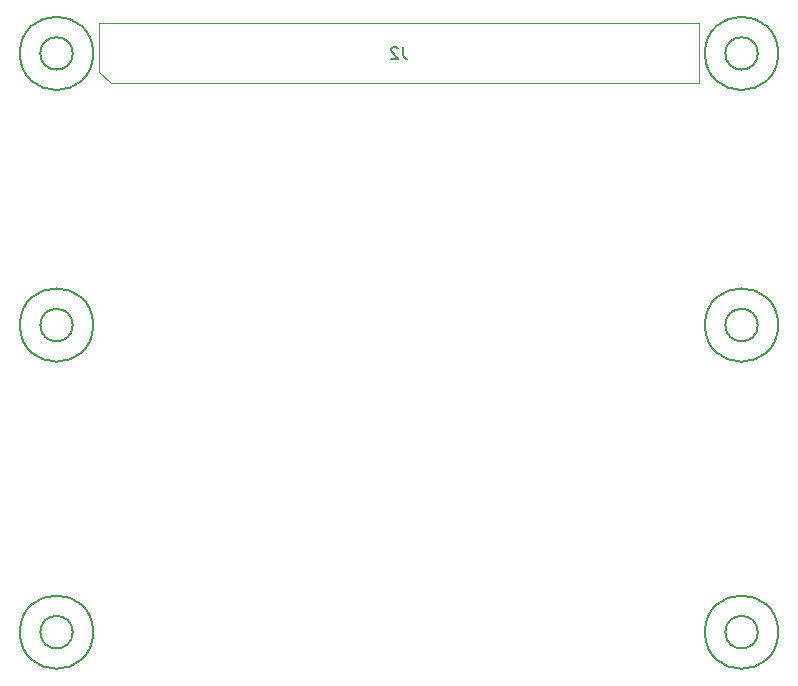
<source format=gbr>
G04 #@! TF.GenerationSoftware,KiCad,Pcbnew,(5.1.5-0-10_14)*
G04 #@! TF.CreationDate,2020-04-19T22:53:18-04:00*
G04 #@! TF.ProjectId,RPi-pHat-Thermocouple,5250692d-7048-4617-942d-546865726d6f,rev?*
G04 #@! TF.SameCoordinates,Original*
G04 #@! TF.FileFunction,Other,Fab,Bot*
%FSLAX46Y46*%
G04 Gerber Fmt 4.6, Leading zero omitted, Abs format (unit mm)*
G04 Created by KiCad (PCBNEW (5.1.5-0-10_14)) date 2020-04-19 22:53:18*
%MOMM*%
%LPD*%
G04 APERTURE LIST*
%ADD10C,0.150000*%
%ADD11C,0.100000*%
G04 APERTURE END LIST*
D10*
X75375000Y-77000000D02*
G75*
G03X75375000Y-77000000I-1375000J0D01*
G01*
X77100000Y-77000000D02*
G75*
G03X77100000Y-77000000I-3100000J0D01*
G01*
X17375000Y-77000000D02*
G75*
G03X17375000Y-77000000I-1375000J0D01*
G01*
X19100000Y-77000000D02*
G75*
G03X19100000Y-77000000I-3100000J0D01*
G01*
X19100000Y-51000000D02*
G75*
G03X19100000Y-51000000I-3100000J0D01*
G01*
X17375000Y-51000000D02*
G75*
G03X17375000Y-51000000I-1375000J0D01*
G01*
X77100000Y-28000000D02*
G75*
G03X77100000Y-28000000I-3100000J0D01*
G01*
X75375000Y-28000000D02*
G75*
G03X75375000Y-28000000I-1375000J0D01*
G01*
X77100000Y-51000000D02*
G75*
G03X77100000Y-51000000I-3100000J0D01*
G01*
X75375000Y-51000000D02*
G75*
G03X75375000Y-51000000I-1375000J0D01*
G01*
X19100000Y-28000000D02*
G75*
G03X19100000Y-28000000I-3100000J0D01*
G01*
X17375000Y-28000000D02*
G75*
G03X17375000Y-28000000I-1375000J0D01*
G01*
D11*
X19600000Y-25460000D02*
X19600000Y-29540000D01*
X19600000Y-29540000D02*
X20600000Y-30540000D01*
X20600000Y-30540000D02*
X70400000Y-30540000D01*
X70400000Y-30540000D02*
X70400000Y-25460000D01*
X70400000Y-25460000D02*
X19600000Y-25460000D01*
D10*
X45333333Y-27452380D02*
X45333333Y-28166666D01*
X45380952Y-28309523D01*
X45476190Y-28404761D01*
X45619047Y-28452380D01*
X45714285Y-28452380D01*
X44904761Y-27547619D02*
X44857142Y-27500000D01*
X44761904Y-27452380D01*
X44523809Y-27452380D01*
X44428571Y-27500000D01*
X44380952Y-27547619D01*
X44333333Y-27642857D01*
X44333333Y-27738095D01*
X44380952Y-27880952D01*
X44952380Y-28452380D01*
X44333333Y-28452380D01*
M02*

</source>
